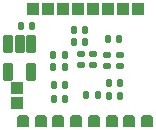
<source format=gbr>
%TF.GenerationSoftware,KiCad,Pcbnew,8.0.1-8.0.1-1~ubuntu22.04.1*%
%TF.CreationDate,2024-03-28T22:24:37+00:00*%
%TF.ProjectId,EMG_DAQ_ADS1298,454d475f-4441-4515-9f41-445331323938,rev?*%
%TF.SameCoordinates,Original*%
%TF.FileFunction,Soldermask,Bot*%
%TF.FilePolarity,Negative*%
%FSLAX46Y46*%
G04 Gerber Fmt 4.6, Leading zero omitted, Abs format (unit mm)*
G04 Created by KiCad (PCBNEW 8.0.1-8.0.1-1~ubuntu22.04.1) date 2024-03-28 22:24:37*
%MOMM*%
%LPD*%
G01*
G04 APERTURE LIST*
G04 Aperture macros list*
%AMRoundRect*
0 Rectangle with rounded corners*
0 $1 Rounding radius*
0 $2 $3 $4 $5 $6 $7 $8 $9 X,Y pos of 4 corners*
0 Add a 4 corners polygon primitive as box body*
4,1,4,$2,$3,$4,$5,$6,$7,$8,$9,$2,$3,0*
0 Add four circle primitives for the rounded corners*
1,1,$1+$1,$2,$3*
1,1,$1+$1,$4,$5*
1,1,$1+$1,$6,$7*
1,1,$1+$1,$8,$9*
0 Add four rect primitives between the rounded corners*
20,1,$1+$1,$2,$3,$4,$5,0*
20,1,$1+$1,$4,$5,$6,$7,0*
20,1,$1+$1,$6,$7,$8,$9,0*
20,1,$1+$1,$8,$9,$2,$3,0*%
%AMFreePoly0*
4,1,13,0.500000,-0.250000,0.480970,-0.345671,0.426777,-0.426777,0.345671,-0.480970,0.250000,-0.500000,-0.250000,-0.500000,-0.345671,-0.480970,-0.426777,-0.426777,-0.480970,-0.345671,-0.500000,-0.250000,-0.500000,0.500000,0.500000,0.500000,0.500000,-0.250000,0.500000,-0.250000,$1*%
G04 Aperture macros list end*
%ADD10FreePoly0,180.000000*%
%ADD11R,1.000000X1.000000*%
%ADD12RoundRect,0.140000X0.170000X-0.140000X0.170000X0.140000X-0.170000X0.140000X-0.170000X-0.140000X0*%
%ADD13RoundRect,0.140000X0.140000X0.170000X-0.140000X0.170000X-0.140000X-0.170000X0.140000X-0.170000X0*%
%ADD14RoundRect,0.140000X-0.140000X-0.170000X0.140000X-0.170000X0.140000X0.170000X-0.140000X0.170000X0*%
%ADD15RoundRect,0.080400X-0.321600X-0.696600X0.321600X-0.696600X0.321600X0.696600X-0.321600X0.696600X0*%
%ADD16RoundRect,0.140000X-0.170000X0.140000X-0.170000X-0.140000X0.170000X-0.140000X0.170000X0.140000X0*%
G04 APERTURE END LIST*
D10*
%TO.C,J22*%
X102250000Y-99499999D03*
%TD*%
%TO.C,J24*%
X105250000Y-99499999D03*
%TD*%
%TO.C,J18*%
X96250000Y-99499999D03*
%TD*%
%TO.C,J17*%
X94750000Y-99499999D03*
%TD*%
%TO.C,J19*%
X97750000Y-99499999D03*
%TD*%
%TO.C,J23*%
X103750000Y-99499999D03*
%TD*%
%TO.C,J20*%
X99250000Y-99500000D03*
%TD*%
%TO.C,J21*%
X100750000Y-99499999D03*
%TD*%
D11*
%TO.C,J1*%
X95555000Y-90000000D03*
%TD*%
%TO.C,J5*%
X100635000Y-90000000D03*
%TD*%
%TO.C,J4*%
X99365000Y-90000000D03*
%TD*%
%TO.C,J8*%
X104445000Y-90000000D03*
%TD*%
%TO.C,J7*%
X103175000Y-90000000D03*
%TD*%
%TO.C,J25*%
X94200000Y-98000000D03*
%TD*%
%TO.C,J26*%
X94200000Y-96730000D03*
%TD*%
%TO.C,J2*%
X96825000Y-90000000D03*
%TD*%
%TO.C,J6*%
X101905000Y-90000000D03*
%TD*%
%TO.C,J3*%
X98095000Y-90000000D03*
%TD*%
D12*
%TO.C,C11*%
X101900000Y-94880000D03*
X101900000Y-93920000D03*
%TD*%
D13*
%TO.C,C13*%
X102980000Y-96250000D03*
X102020000Y-96250000D03*
%TD*%
%TO.C,C14*%
X102980000Y-97350000D03*
X102020000Y-97350000D03*
%TD*%
%TO.C,C1*%
X95500000Y-91450000D03*
X94540000Y-91450000D03*
%TD*%
D14*
%TO.C,C3*%
X99070000Y-91800000D03*
X100030000Y-91800000D03*
%TD*%
%TO.C,C10*%
X100120000Y-97300000D03*
X101080000Y-97300000D03*
%TD*%
D15*
%TO.C,U1*%
X93520000Y-92980000D03*
X94470000Y-92980000D03*
X95420000Y-92980000D03*
X95420000Y-95350000D03*
X93520000Y-95350000D03*
%TD*%
D16*
%TO.C,C5*%
X99700000Y-93820000D03*
X99700000Y-94780000D03*
%TD*%
D14*
%TO.C,C7*%
X97370000Y-97650000D03*
X98330000Y-97650000D03*
%TD*%
D13*
%TO.C,R1*%
X98330000Y-96450000D03*
X97370000Y-96450000D03*
%TD*%
D14*
%TO.C,C4*%
X99070000Y-92800000D03*
X100030000Y-92800000D03*
%TD*%
D13*
%TO.C,C8*%
X98268213Y-93915168D03*
X97308213Y-93915168D03*
%TD*%
D16*
%TO.C,C15*%
X103000000Y-93920000D03*
X103000000Y-94880000D03*
%TD*%
D13*
%TO.C,C9*%
X98268213Y-94915168D03*
X97308213Y-94915168D03*
%TD*%
%TO.C,C12*%
X102880000Y-92600000D03*
X101920000Y-92600000D03*
%TD*%
D16*
%TO.C,C6*%
X100700000Y-93820000D03*
X100700000Y-94780000D03*
%TD*%
M02*

</source>
